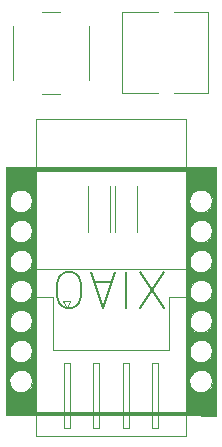
<source format=gbr>
%TF.GenerationSoftware,KiCad,Pcbnew,7.0.9*%
%TF.CreationDate,2024-03-04T02:30:35+09:00*%
%TF.ProjectId,Gyro_Backup,4779726f-5f42-4616-936b-75702e6b6963,rev?*%
%TF.SameCoordinates,Original*%
%TF.FileFunction,Legend,Top*%
%TF.FilePolarity,Positive*%
%FSLAX46Y46*%
G04 Gerber Fmt 4.6, Leading zero omitted, Abs format (unit mm)*
G04 Created by KiCad (PCBNEW 7.0.9) date 2024-03-04 02:30:35*
%MOMM*%
%LPD*%
G01*
G04 APERTURE LIST*
%ADD10C,0.150000*%
%ADD11C,0.100000*%
%ADD12C,0.120000*%
G04 APERTURE END LIST*
D10*
X150494428Y-92424942D02*
X148494428Y-89424942D01*
X148494428Y-92424942D02*
X150494428Y-89424942D01*
X147351571Y-89424942D02*
X147351571Y-92424942D01*
X146065857Y-90282085D02*
X144637286Y-90282085D01*
X146351571Y-89424942D02*
X145351571Y-92424942D01*
X145351571Y-92424942D02*
X144351571Y-89424942D01*
X142780142Y-92424942D02*
X142208714Y-92424942D01*
X142208714Y-92424942D02*
X141922999Y-92282085D01*
X141922999Y-92282085D02*
X141637285Y-91996371D01*
X141637285Y-91996371D02*
X141494428Y-91424942D01*
X141494428Y-91424942D02*
X141494428Y-90424942D01*
X141494428Y-90424942D02*
X141637285Y-89853514D01*
X141637285Y-89853514D02*
X141922999Y-89567800D01*
X141922999Y-89567800D02*
X142208714Y-89424942D01*
X142208714Y-89424942D02*
X142780142Y-89424942D01*
X142780142Y-89424942D02*
X143065857Y-89567800D01*
X143065857Y-89567800D02*
X143351571Y-89853514D01*
X143351571Y-89853514D02*
X143494428Y-90424942D01*
X143494428Y-90424942D02*
X143494428Y-91424942D01*
X143494428Y-91424942D02*
X143351571Y-91996371D01*
X143351571Y-91996371D02*
X143065857Y-92282085D01*
X143065857Y-92282085D02*
X142780142Y-92424942D01*
D11*
%TO.C,U3*%
X139700000Y-89154000D02*
X152400000Y-89154000D01*
X152400000Y-89154000D02*
X152400000Y-76454000D01*
X152400000Y-76454000D02*
X139700000Y-76454000D01*
X139700000Y-76454000D02*
X139700000Y-89154000D01*
D12*
%TO.C,U2*%
X154939131Y-101561900D02*
X137159131Y-101561900D01*
X154939131Y-80556100D02*
X154939131Y-101561900D01*
X152399131Y-80556100D02*
X152399131Y-101561900D01*
X139699131Y-101536500D02*
X139699131Y-80568800D01*
D11*
X139699131Y-80568800D02*
X152410870Y-80550629D01*
D12*
X137159131Y-101561900D02*
X137159131Y-80556100D01*
X137159131Y-80556100D02*
X154939131Y-80556100D01*
D11*
X139724531Y-101257100D02*
X152399131Y-101257100D01*
X152399131Y-101257100D02*
X152399131Y-101549200D01*
X152399131Y-101549200D02*
X139724531Y-101549200D01*
X139724531Y-101549200D02*
X139724531Y-101257100D01*
X139699131Y-80568800D02*
X152373731Y-80568800D01*
X152373731Y-80568800D02*
X152373731Y-80860900D01*
X152373731Y-80860900D02*
X139699131Y-80860900D01*
X139699131Y-80860900D02*
X139699131Y-80568800D01*
X154634665Y-98665966D02*
G75*
G03*
X154634665Y-98665966I-965534J0D01*
G01*
X154634665Y-96125966D02*
G75*
G03*
X154634665Y-96125966I-965534J0D01*
G01*
X154634665Y-93585966D02*
G75*
G03*
X154634665Y-93585966I-965534J0D01*
G01*
X154634665Y-91045966D02*
G75*
G03*
X154634665Y-91045966I-965534J0D01*
G01*
X154634665Y-88505966D02*
G75*
G03*
X154634665Y-88505966I-965534J0D01*
G01*
X154634665Y-85965966D02*
G75*
G03*
X154634665Y-85965966I-965534J0D01*
G01*
X154634665Y-83425966D02*
G75*
G03*
X154634665Y-83425966I-965534J0D01*
G01*
X139394665Y-98665966D02*
G75*
G03*
X139394665Y-98665966I-965534J0D01*
G01*
X139394665Y-96125966D02*
G75*
G03*
X139394665Y-96125966I-965534J0D01*
G01*
X139394665Y-93585966D02*
G75*
G03*
X139394665Y-93585966I-965534J0D01*
G01*
X139394665Y-91045966D02*
G75*
G03*
X139394665Y-91045966I-965534J0D01*
G01*
X139394665Y-88505966D02*
G75*
G03*
X139394665Y-88505966I-965534J0D01*
G01*
X139394665Y-83426300D02*
G75*
G03*
X139394665Y-83426300I-965534J0D01*
G01*
X139394331Y-85966300D02*
G75*
G03*
X139394331Y-85966300I-965534J0D01*
G01*
X152410870Y-101556429D02*
X139724531Y-101549200D01*
X139724531Y-101257100D01*
X152399131Y-101257100D01*
X152410870Y-101556429D01*
G36*
X152410870Y-101556429D02*
G01*
X139724531Y-101549200D01*
X139724531Y-101257100D01*
X152399131Y-101257100D01*
X152410870Y-101556429D01*
G37*
X152373731Y-80860900D02*
X139699131Y-80860900D01*
X139699131Y-80568800D01*
X152373731Y-80568800D01*
X152373731Y-80860900D01*
G36*
X152373731Y-80860900D02*
G01*
X139699131Y-80860900D01*
X139699131Y-80568800D01*
X152373731Y-80568800D01*
X152373731Y-80860900D01*
G37*
X154950870Y-83420829D02*
X154646404Y-83420495D01*
X154646070Y-83192229D01*
X154569870Y-82989029D01*
X154493670Y-82836629D01*
X154239670Y-82608029D01*
X154036470Y-82455629D01*
X154925470Y-82455629D01*
X154950870Y-83420829D01*
G36*
X154950870Y-83420829D02*
G01*
X154646404Y-83420495D01*
X154646070Y-83192229D01*
X154569870Y-82989029D01*
X154493670Y-82836629D01*
X154239670Y-82608029D01*
X154036470Y-82455629D01*
X154925470Y-82455629D01*
X154950870Y-83420829D01*
G37*
X139699131Y-83426300D02*
X139394665Y-83425966D01*
X139394331Y-83197700D01*
X139318131Y-82994500D01*
X139241931Y-82842100D01*
X138987931Y-82613500D01*
X138784731Y-82461100D01*
X139673731Y-82461100D01*
X139699131Y-83426300D01*
G36*
X139699131Y-83426300D02*
G01*
X139394665Y-83425966D01*
X139394331Y-83197700D01*
X139318131Y-82994500D01*
X139241931Y-82842100D01*
X138987931Y-82613500D01*
X138784731Y-82461100D01*
X139673731Y-82461100D01*
X139699131Y-83426300D01*
G37*
X154950870Y-91066229D02*
X154925470Y-93606229D01*
X154646404Y-93605895D01*
X154646070Y-93377629D01*
X154544470Y-93098229D01*
X154341270Y-92844229D01*
X153909470Y-92615629D01*
X153426870Y-92615629D01*
X153045870Y-92818829D01*
X152715670Y-93276029D01*
X152741070Y-91472629D01*
X153096670Y-91904429D01*
X153553870Y-92031429D01*
X153884070Y-92031429D01*
X154290470Y-91853629D01*
X154493670Y-91650429D01*
X154620670Y-91396429D01*
X154646404Y-91065895D01*
X154950870Y-91066229D01*
G36*
X154950870Y-91066229D02*
G01*
X154925470Y-93606229D01*
X154646404Y-93605895D01*
X154646070Y-93377629D01*
X154544470Y-93098229D01*
X154341270Y-92844229D01*
X153909470Y-92615629D01*
X153426870Y-92615629D01*
X153045870Y-92818829D01*
X152715670Y-93276029D01*
X152741070Y-91472629D01*
X153096670Y-91904429D01*
X153553870Y-92031429D01*
X153884070Y-92031429D01*
X154290470Y-91853629D01*
X154493670Y-91650429D01*
X154620670Y-91396429D01*
X154646404Y-91065895D01*
X154950870Y-91066229D01*
G37*
X154950870Y-96120829D02*
X154925470Y-98660829D01*
X154646404Y-98660495D01*
X154646070Y-98432229D01*
X154544470Y-98152829D01*
X154341270Y-97898829D01*
X153909470Y-97670229D01*
X153426870Y-97670229D01*
X153045870Y-97873429D01*
X152715670Y-98330629D01*
X152741070Y-96527229D01*
X152741070Y-96552629D01*
X153096670Y-96984429D01*
X153553870Y-97142300D01*
X153884070Y-97111429D01*
X154290470Y-96933629D01*
X154493670Y-96705029D01*
X154620670Y-96451029D01*
X154646404Y-96120495D01*
X154950870Y-96120829D01*
G36*
X154950870Y-96120829D02*
G01*
X154925470Y-98660829D01*
X154646404Y-98660495D01*
X154646070Y-98432229D01*
X154544470Y-98152829D01*
X154341270Y-97898829D01*
X153909470Y-97670229D01*
X153426870Y-97670229D01*
X153045870Y-97873429D01*
X152715670Y-98330629D01*
X152741070Y-96527229D01*
X152741070Y-96552629D01*
X153096670Y-96984429D01*
X153553870Y-97142300D01*
X153884070Y-97111429D01*
X154290470Y-96933629D01*
X154493670Y-96705029D01*
X154620670Y-96451029D01*
X154646404Y-96120495D01*
X154950870Y-96120829D01*
G37*
X154950870Y-93580829D02*
X154925470Y-96120829D01*
X154646404Y-96120495D01*
X154646070Y-95892229D01*
X154544470Y-95612829D01*
X154341270Y-95358829D01*
X153909470Y-95130229D01*
X153426870Y-95130229D01*
X153045870Y-95333429D01*
X152715670Y-95790629D01*
X152741070Y-93987229D01*
X152741070Y-94038029D01*
X153096670Y-94469829D01*
X153542131Y-94576900D01*
X153909470Y-94571429D01*
X154315870Y-94393629D01*
X154493670Y-94165029D01*
X154620670Y-93911029D01*
X154646404Y-93580495D01*
X154950870Y-93580829D01*
G36*
X154950870Y-93580829D02*
G01*
X154925470Y-96120829D01*
X154646404Y-96120495D01*
X154646070Y-95892229D01*
X154544470Y-95612829D01*
X154341270Y-95358829D01*
X153909470Y-95130229D01*
X153426870Y-95130229D01*
X153045870Y-95333429D01*
X152715670Y-95790629D01*
X152741070Y-93987229D01*
X152741070Y-94038029D01*
X153096670Y-94469829D01*
X153542131Y-94576900D01*
X153909470Y-94571429D01*
X154315870Y-94393629D01*
X154493670Y-94165029D01*
X154620670Y-93911029D01*
X154646404Y-93580495D01*
X154950870Y-93580829D01*
G37*
X154950870Y-88526229D02*
X154925470Y-91066229D01*
X154646404Y-91065895D01*
X154646070Y-90837629D01*
X154544470Y-90558229D01*
X154341270Y-90304229D01*
X153909470Y-90075629D01*
X153426870Y-90075629D01*
X153045870Y-90278829D01*
X152715670Y-90736029D01*
X152741070Y-88932629D01*
X152766470Y-88958029D01*
X153122070Y-89389829D01*
X153553870Y-89491429D01*
X153884070Y-89491429D01*
X154290470Y-89313629D01*
X154493670Y-89110429D01*
X154620670Y-88856429D01*
X154646404Y-88525895D01*
X154950870Y-88526229D01*
G36*
X154950870Y-88526229D02*
G01*
X154925470Y-91066229D01*
X154646404Y-91065895D01*
X154646070Y-90837629D01*
X154544470Y-90558229D01*
X154341270Y-90304229D01*
X153909470Y-90075629D01*
X153426870Y-90075629D01*
X153045870Y-90278829D01*
X152715670Y-90736029D01*
X152741070Y-88932629D01*
X152766470Y-88958029D01*
X153122070Y-89389829D01*
X153553870Y-89491429D01*
X153884070Y-89491429D01*
X154290470Y-89313629D01*
X154493670Y-89110429D01*
X154620670Y-88856429D01*
X154646404Y-88525895D01*
X154950870Y-88526229D01*
G37*
X154950870Y-85960829D02*
X154925470Y-88500829D01*
X154646404Y-88500495D01*
X154646070Y-88272229D01*
X154544470Y-87992829D01*
X154341270Y-87738829D01*
X153909470Y-87510229D01*
X153426870Y-87510229D01*
X153045870Y-87713429D01*
X152715670Y-88170629D01*
X152741070Y-86367229D01*
X152741070Y-86392629D01*
X153096670Y-86824429D01*
X153553870Y-86982300D01*
X153909470Y-86951429D01*
X154315870Y-86773629D01*
X154493670Y-86545029D01*
X154620670Y-86291029D01*
X154646404Y-85960495D01*
X154950870Y-85960829D01*
G36*
X154950870Y-85960829D02*
G01*
X154925470Y-88500829D01*
X154646404Y-88500495D01*
X154646070Y-88272229D01*
X154544470Y-87992829D01*
X154341270Y-87738829D01*
X153909470Y-87510229D01*
X153426870Y-87510229D01*
X153045870Y-87713429D01*
X152715670Y-88170629D01*
X152741070Y-86367229D01*
X152741070Y-86392629D01*
X153096670Y-86824429D01*
X153553870Y-86982300D01*
X153909470Y-86951429D01*
X154315870Y-86773629D01*
X154493670Y-86545029D01*
X154620670Y-86291029D01*
X154646404Y-85960495D01*
X154950870Y-85960829D01*
G37*
X154950870Y-83420829D02*
X154925470Y-85960829D01*
X154646404Y-85960495D01*
X154646070Y-85732229D01*
X154544470Y-85452829D01*
X154341270Y-85198829D01*
X153909470Y-84970229D01*
X153426870Y-84970229D01*
X153045870Y-85173429D01*
X152715670Y-85630629D01*
X152741070Y-83827229D01*
X152741070Y-83852629D01*
X153096670Y-84284429D01*
X153553870Y-84416900D01*
X153909470Y-84411429D01*
X154315870Y-84233629D01*
X154493670Y-84005029D01*
X154620670Y-83751029D01*
X154646404Y-83420495D01*
X154950870Y-83420829D01*
G36*
X154950870Y-83420829D02*
G01*
X154925470Y-85960829D01*
X154646404Y-85960495D01*
X154646070Y-85732229D01*
X154544470Y-85452829D01*
X154341270Y-85198829D01*
X153909470Y-84970229D01*
X153426870Y-84970229D01*
X153045870Y-85173429D01*
X152715670Y-85630629D01*
X152741070Y-83827229D01*
X152741070Y-83852629D01*
X153096670Y-84284429D01*
X153553870Y-84416900D01*
X153909470Y-84411429D01*
X154315870Y-84233629D01*
X154493670Y-84005029D01*
X154620670Y-83751029D01*
X154646404Y-83420495D01*
X154950870Y-83420829D01*
G37*
X139699131Y-96126300D02*
X139673731Y-98666300D01*
X139394665Y-98665966D01*
X139394331Y-98437700D01*
X139292731Y-98158300D01*
X139089531Y-97904300D01*
X138657731Y-97675700D01*
X138175131Y-97675700D01*
X137794131Y-97878900D01*
X137463931Y-98336100D01*
X137489331Y-96532700D01*
X137514731Y-96532700D01*
X137870331Y-96964500D01*
X138302131Y-97091500D01*
X138632331Y-97091500D01*
X139038731Y-96913700D01*
X139241931Y-96710500D01*
X139368931Y-96456500D01*
X139394665Y-96125966D01*
X139699131Y-96126300D01*
G36*
X139699131Y-96126300D02*
G01*
X139673731Y-98666300D01*
X139394665Y-98665966D01*
X139394331Y-98437700D01*
X139292731Y-98158300D01*
X139089531Y-97904300D01*
X138657731Y-97675700D01*
X138175131Y-97675700D01*
X137794131Y-97878900D01*
X137463931Y-98336100D01*
X137489331Y-96532700D01*
X137514731Y-96532700D01*
X137870331Y-96964500D01*
X138302131Y-97091500D01*
X138632331Y-97091500D01*
X139038731Y-96913700D01*
X139241931Y-96710500D01*
X139368931Y-96456500D01*
X139394665Y-96125966D01*
X139699131Y-96126300D01*
G37*
X139699131Y-93586300D02*
X139673731Y-96126300D01*
X139394665Y-96125966D01*
X139394331Y-95897700D01*
X139292731Y-95618300D01*
X139089531Y-95364300D01*
X138657731Y-95135700D01*
X138175131Y-95135700D01*
X137794131Y-95338900D01*
X137463931Y-95796100D01*
X137489331Y-93992700D01*
X137514731Y-93992700D01*
X137870331Y-94424500D01*
X138302131Y-94551500D01*
X138632331Y-94551500D01*
X139038731Y-94373700D01*
X139241931Y-94170500D01*
X139368931Y-93916500D01*
X139394665Y-93585966D01*
X139699131Y-93586300D01*
G36*
X139699131Y-93586300D02*
G01*
X139673731Y-96126300D01*
X139394665Y-96125966D01*
X139394331Y-95897700D01*
X139292731Y-95618300D01*
X139089531Y-95364300D01*
X138657731Y-95135700D01*
X138175131Y-95135700D01*
X137794131Y-95338900D01*
X137463931Y-95796100D01*
X137489331Y-93992700D01*
X137514731Y-93992700D01*
X137870331Y-94424500D01*
X138302131Y-94551500D01*
X138632331Y-94551500D01*
X139038731Y-94373700D01*
X139241931Y-94170500D01*
X139368931Y-93916500D01*
X139394665Y-93585966D01*
X139699131Y-93586300D01*
G37*
X139699131Y-91071700D02*
X139673731Y-93611700D01*
X139394665Y-93611366D01*
X139394331Y-93383100D01*
X139292731Y-93103700D01*
X139089531Y-92849700D01*
X138657731Y-92621100D01*
X138175131Y-92621100D01*
X137794131Y-92824300D01*
X137463931Y-93281500D01*
X137489331Y-91478100D01*
X137514731Y-91478100D01*
X137870331Y-91909900D01*
X138302131Y-92036900D01*
X138632331Y-92036900D01*
X139038731Y-91859100D01*
X139241931Y-91655900D01*
X139368931Y-91401900D01*
X139394665Y-91071366D01*
X139699131Y-91071700D01*
G36*
X139699131Y-91071700D02*
G01*
X139673731Y-93611700D01*
X139394665Y-93611366D01*
X139394331Y-93383100D01*
X139292731Y-93103700D01*
X139089531Y-92849700D01*
X138657731Y-92621100D01*
X138175131Y-92621100D01*
X137794131Y-92824300D01*
X137463931Y-93281500D01*
X137489331Y-91478100D01*
X137514731Y-91478100D01*
X137870331Y-91909900D01*
X138302131Y-92036900D01*
X138632331Y-92036900D01*
X139038731Y-91859100D01*
X139241931Y-91655900D01*
X139368931Y-91401900D01*
X139394665Y-91071366D01*
X139699131Y-91071700D01*
G37*
X139699131Y-88531700D02*
X139673731Y-91071700D01*
X139394665Y-91071366D01*
X139394331Y-90843100D01*
X139292731Y-90563700D01*
X139089531Y-90309700D01*
X138657731Y-90081100D01*
X138175131Y-90081100D01*
X137794131Y-90284300D01*
X137463931Y-90741500D01*
X137489331Y-88938100D01*
X137514731Y-88938100D01*
X137870331Y-89369900D01*
X138302131Y-89496900D01*
X138632331Y-89496900D01*
X139038731Y-89319100D01*
X139241931Y-89115900D01*
X139368931Y-88861900D01*
X139394665Y-88531366D01*
X139699131Y-88531700D01*
G36*
X139699131Y-88531700D02*
G01*
X139673731Y-91071700D01*
X139394665Y-91071366D01*
X139394331Y-90843100D01*
X139292731Y-90563700D01*
X139089531Y-90309700D01*
X138657731Y-90081100D01*
X138175131Y-90081100D01*
X137794131Y-90284300D01*
X137463931Y-90741500D01*
X137489331Y-88938100D01*
X137514731Y-88938100D01*
X137870331Y-89369900D01*
X138302131Y-89496900D01*
X138632331Y-89496900D01*
X139038731Y-89319100D01*
X139241931Y-89115900D01*
X139368931Y-88861900D01*
X139394665Y-88531366D01*
X139699131Y-88531700D01*
G37*
X139699131Y-85966300D02*
X139673731Y-88506300D01*
X139394665Y-88505966D01*
X139394331Y-88277700D01*
X139292731Y-87998300D01*
X139089531Y-87744300D01*
X138657731Y-87515700D01*
X138175131Y-87515700D01*
X137794131Y-87718900D01*
X137463931Y-88176100D01*
X137489331Y-86372700D01*
X137514731Y-86372700D01*
X137870331Y-86804500D01*
X138302131Y-86931500D01*
X138632331Y-86931500D01*
X139038731Y-86753700D01*
X139241931Y-86550500D01*
X139368931Y-86296500D01*
X139394665Y-85965966D01*
X139699131Y-85966300D01*
G36*
X139699131Y-85966300D02*
G01*
X139673731Y-88506300D01*
X139394665Y-88505966D01*
X139394331Y-88277700D01*
X139292731Y-87998300D01*
X139089531Y-87744300D01*
X138657731Y-87515700D01*
X138175131Y-87515700D01*
X137794131Y-87718900D01*
X137463931Y-88176100D01*
X137489331Y-86372700D01*
X137514731Y-86372700D01*
X137870331Y-86804500D01*
X138302131Y-86931500D01*
X138632331Y-86931500D01*
X139038731Y-86753700D01*
X139241931Y-86550500D01*
X139368931Y-86296500D01*
X139394665Y-85965966D01*
X139699131Y-85966300D01*
G37*
X139699131Y-83426300D02*
X139673731Y-85966300D01*
X139394665Y-85965966D01*
X139394331Y-85737700D01*
X139292731Y-85458300D01*
X139089531Y-85204300D01*
X138657731Y-84975700D01*
X138175131Y-84975700D01*
X137794131Y-85178900D01*
X137463931Y-85636100D01*
X137489331Y-83832700D01*
X137514731Y-83832700D01*
X137870331Y-84264500D01*
X138302131Y-84391500D01*
X138632331Y-84391500D01*
X139038731Y-84213700D01*
X139241931Y-84010500D01*
X139368931Y-83756500D01*
X139394665Y-83425966D01*
X139699131Y-83426300D01*
G36*
X139699131Y-83426300D02*
G01*
X139673731Y-85966300D01*
X139394665Y-85965966D01*
X139394331Y-85737700D01*
X139292731Y-85458300D01*
X139089531Y-85204300D01*
X138657731Y-84975700D01*
X138175131Y-84975700D01*
X137794131Y-85178900D01*
X137463931Y-85636100D01*
X137489331Y-83832700D01*
X137514731Y-83832700D01*
X137870331Y-84264500D01*
X138302131Y-84391500D01*
X138632331Y-84391500D01*
X139038731Y-84213700D01*
X139241931Y-84010500D01*
X139368931Y-83756500D01*
X139394665Y-83425966D01*
X139699131Y-83426300D01*
G37*
X154950870Y-80563329D02*
X154925470Y-82455629D01*
X153680870Y-82455295D01*
X153426870Y-82455629D01*
X153020470Y-82658829D01*
X152741070Y-83039829D01*
X152689936Y-83420829D01*
X152715002Y-85960829D01*
X152715336Y-88500495D01*
X152715336Y-96120495D01*
X152690270Y-98508429D01*
X152690270Y-98991029D01*
X152995070Y-99473629D01*
X153426870Y-99651429D01*
X153909470Y-99651429D01*
X154265070Y-99448229D01*
X154595270Y-99168829D01*
X154697204Y-98660495D01*
X154925470Y-98660829D01*
X154950870Y-101569129D01*
X152410870Y-101556429D01*
X152410870Y-80550629D01*
X154950870Y-80563329D01*
G36*
X154950870Y-80563329D02*
G01*
X154925470Y-82455629D01*
X153680870Y-82455295D01*
X153426870Y-82455629D01*
X153020470Y-82658829D01*
X152741070Y-83039829D01*
X152689936Y-83420829D01*
X152715002Y-85960829D01*
X152715336Y-88500495D01*
X152715336Y-96120495D01*
X152690270Y-98508429D01*
X152690270Y-98991029D01*
X152995070Y-99473629D01*
X153426870Y-99651429D01*
X153909470Y-99651429D01*
X154265070Y-99448229D01*
X154595270Y-99168829D01*
X154697204Y-98660495D01*
X154925470Y-98660829D01*
X154950870Y-101569129D01*
X152410870Y-101556429D01*
X152410870Y-80550629D01*
X154950870Y-80563329D01*
G37*
X139699131Y-80568800D02*
X139673731Y-82461100D01*
X138429131Y-82460766D01*
X138175131Y-82461100D01*
X137768731Y-82664300D01*
X137514731Y-83045300D01*
X137463597Y-83426300D01*
X137463263Y-85966300D01*
X137463597Y-88505966D01*
X137463597Y-96125966D01*
X137438531Y-98513900D01*
X137463931Y-98945700D01*
X137768731Y-99428300D01*
X138175131Y-99656900D01*
X138657731Y-99656900D01*
X139013331Y-99453700D01*
X139343531Y-99174300D01*
X139445465Y-98665966D01*
X139673731Y-98666300D01*
X139699131Y-101536500D01*
X137159131Y-101561900D01*
X137159131Y-80556100D01*
X139699131Y-80568800D01*
G36*
X139699131Y-80568800D02*
G01*
X139673731Y-82461100D01*
X138429131Y-82460766D01*
X138175131Y-82461100D01*
X137768731Y-82664300D01*
X137514731Y-83045300D01*
X137463597Y-83426300D01*
X137463263Y-85966300D01*
X137463597Y-88505966D01*
X137463597Y-96125966D01*
X137438531Y-98513900D01*
X137463931Y-98945700D01*
X137768731Y-99428300D01*
X138175131Y-99656900D01*
X138657731Y-99656900D01*
X139013331Y-99453700D01*
X139343531Y-99174300D01*
X139445465Y-98665966D01*
X139673731Y-98666300D01*
X139699131Y-101536500D01*
X137159131Y-101561900D01*
X137159131Y-80556100D01*
X139699131Y-80568800D01*
G37*
D12*
%TO.C,R2*%
X146400000Y-82154000D02*
X146400000Y-85994000D01*
X148240000Y-82154000D02*
X148240000Y-85994000D01*
%TO.C,R1*%
X144114000Y-82154000D02*
X144114000Y-85994000D01*
X145954000Y-82154000D02*
X145954000Y-85994000D01*
%TO.C,J1*%
X139740000Y-91549000D02*
X141160000Y-91549000D01*
X139740000Y-103269000D02*
X139740000Y-91549000D01*
X141160000Y-91549000D02*
X141160000Y-96049000D01*
X141160000Y-96049000D02*
X146050000Y-96049000D01*
X142000000Y-91859000D02*
X142600000Y-91859000D01*
X142050000Y-97159000D02*
X142050000Y-102659000D01*
X142050000Y-102659000D02*
X142550000Y-102659000D01*
X142300000Y-92459000D02*
X142000000Y-91859000D01*
X142550000Y-97159000D02*
X142050000Y-97159000D01*
X142550000Y-102659000D02*
X142550000Y-97159000D01*
X142600000Y-91859000D02*
X142300000Y-92459000D01*
X144550000Y-97159000D02*
X144550000Y-102659000D01*
X144550000Y-102659000D02*
X145050000Y-102659000D01*
X145050000Y-97159000D02*
X144550000Y-97159000D01*
X145050000Y-102659000D02*
X145050000Y-97159000D01*
X146050000Y-103269000D02*
X139740000Y-103269000D01*
X146050000Y-103269000D02*
X152360000Y-103269000D01*
X147050000Y-97159000D02*
X147050000Y-102659000D01*
X147050000Y-102659000D02*
X147550000Y-102659000D01*
X147550000Y-97159000D02*
X147050000Y-97159000D01*
X147550000Y-102659000D02*
X147550000Y-97159000D01*
X149550000Y-97159000D02*
X149550000Y-102659000D01*
X149550000Y-102659000D02*
X150050000Y-102659000D01*
X150050000Y-97159000D02*
X149550000Y-97159000D01*
X150050000Y-102659000D02*
X150050000Y-97159000D01*
X150940000Y-91549000D02*
X150940000Y-96049000D01*
X150940000Y-96049000D02*
X146050000Y-96049000D01*
X152360000Y-91549000D02*
X150940000Y-91549000D01*
X152360000Y-103269000D02*
X152360000Y-91549000D01*
%TO.C,SW1*%
X140220000Y-74366000D02*
X141720000Y-74366000D01*
X144220000Y-73116000D02*
X144220000Y-68616000D01*
X137720000Y-68616000D02*
X137720000Y-73116000D01*
X141720000Y-67366000D02*
X140220000Y-67366000D01*
%TO.C,RV1*%
X147017000Y-67431000D02*
X147017000Y-74271000D01*
X147017000Y-67431000D02*
X150047000Y-67431000D01*
X147017000Y-74271000D02*
X150047000Y-74271000D01*
X151347000Y-67431000D02*
X154257000Y-67431000D01*
X151347000Y-74271000D02*
X154257000Y-74271000D01*
X154257000Y-67431000D02*
X154257000Y-74271000D01*
%TD*%
M02*

</source>
